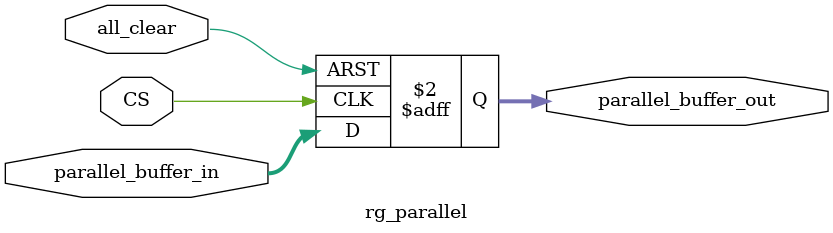
<source format=sv>
module SPI_unit
(
input logic [15:0]data_in_SPI,
//input logic LOAD,
input logic CLK,
input logic MOSI,
input logic CS,
input logic all_clear,
input logic SYS_CLK,


output logic strob_LOAD,
output logic [15:0] data_from_mosi,
output logic MISO
);

logic [15:0] shift_buffer_out;
logic d_ff_out;
logic strob_from_CS;
//logic strob_LOAD;


assign strob_from_CS = ~CS;


d_ff d_ff
(
CLK,
MOSI,
CS,
d_ff_out
);

rg_shift rg_shift
(
CLK,
d_ff_out,
CS,
shift_buffer_out[15:0]
);

rg_parallel rg_parallel
(
CS,
shift_buffer_out[15:0],
all_clear,
data_from_mosi [15:0]
);

reg_out reg_out
(
CLK,
data_in_SPI[15:0],
strob_LOAD,
CS,
MISO
);

delay_3 delay_3
(
SYS_CLK,
strob_from_CS,
all_clear,
strob_LOAD
);




endmodule 



 module reg_out
(
	input logic CLK,
	input logic [15:0] D,
	input logic LOAD,
	input logic CS,
	output tri MISO
);

logic [15:0] Q;

always @ (posedge LOAD, negedge CLK)
begin
	if(LOAD)
		Q[15:0] <= D[15:0];
	else if(!CS)
		Q[15:1] <= Q[14:0];
end

assign MISO = (!CS) ? Q[15] : 1'bZ;

endmodule 


 module d_ff
(
	input logic CLK,
	input logic D,
	input logic CS,
	output logic Q
);


always @ (posedge CLK)
begin
	if(!CS)
		begin
			Q <= D;
		end
end
endmodule 



 module rg_shift
(
	input logic CLK,
	input logic D,
	input logic CS,
	output logic [15:0] shift_buffer_out
);


always @ (negedge CLK)
begin
	if(!CS)
		begin
		shift_buffer_out[15:1] <= shift_buffer_out[14:0];
		shift_buffer_out[0] 	<= D;
		end
end
endmodule 


 module rg_parallel
(
	input logic CS,
	input logic [15:0] parallel_buffer_in,
	input logic all_clear,
	output logic [15:0] parallel_buffer_out
);


always @ (posedge CS, posedge all_clear)
begin
	if(all_clear) 
		parallel_buffer_out = 16'd0;
	else
		parallel_buffer_out <= parallel_buffer_in;
end
endmodule 





</source>
